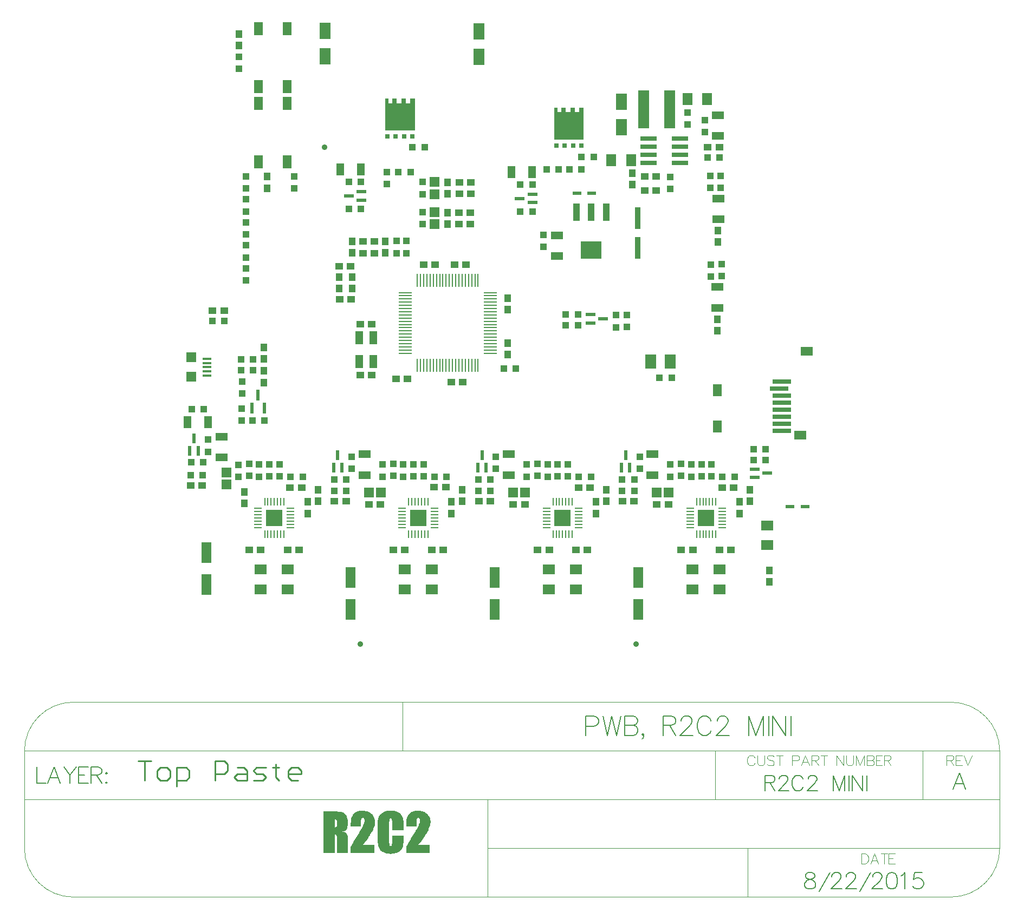
<source format=gtp>
%FSLAX44Y44*%
%MOMM*%
G71*
G01*
G75*
G04 Layer_Color=8421504*
%ADD10C,0.2000*%
%ADD11R,1.5000X1.5000*%
%ADD12R,1.3500X0.4000*%
%ADD13R,1.2000X2.0000*%
%ADD14R,2.0500X0.2500*%
%ADD15R,0.2500X2.0500*%
%ADD16R,1.7500X2.2500*%
%ADD17R,1.4000X2.1000*%
%ADD18R,0.7000X0.8000*%
%ADD19C,0.1000*%
%ADD20R,1.5000X0.5000*%
%ADD21R,0.6000X1.8000*%
%ADD22R,3.3000X2.7000*%
%ADD23R,1.0000X2.7000*%
%ADD24R,2.5000X0.7000*%
%ADD25R,1.4500X0.5500*%
%ADD26R,1.7000X2.5000*%
%ADD27R,1.9000X1.5000*%
%ADD28R,1.1000X1.1000*%
%ADD29R,2.5000X2.5000*%
%ADD30R,0.2500X1.1500*%
%ADD31R,1.1500X0.2500*%
%ADD32R,1.8500X1.2500*%
%ADD33R,1.7500X6.0000*%
%ADD34R,1.2000X1.1000*%
%ADD35R,1.5000X1.9000*%
%ADD36R,1.6000X1.5000*%
%ADD37R,0.8500X3.3500*%
%ADD38R,1.6000X3.2000*%
%ADD39R,1.4000X1.9000*%
%ADD40R,1.9000X1.4000*%
%ADD41R,2.9000X0.8000*%
%ADD42R,1.1000X1.1000*%
%ADD43R,1.1000X1.2000*%
%ADD44R,1.2500X1.8500*%
%ADD45R,0.5000X1.5000*%
%ADD46R,1.5000X1.6000*%
%ADD47C,0.9000*%
%ADD48C,0.8000*%
%ADD49C,0.5000*%
%ADD50C,0.2500*%
%ADD51C,0.1500*%
%ADD52C,0.7500*%
%ADD53C,0.3000*%
%ADD54C,0.2540*%
%ADD55C,0.0254*%
%ADD56C,0.1905*%
%ADD57C,0.1194*%
%ADD58C,1.1000*%
%ADD59C,1.9000*%
%ADD60C,1.4000*%
%ADD61O,1.3500X2.3500*%
%ADD62C,1.6000*%
%ADD63C,2.9500*%
%ADD64R,1.6000X1.6000*%
%ADD65C,0.5500*%
%ADD66R,3.3000X1.1000*%
%ADD67R,9.0000X3.0000*%
%ADD68C,0.6000*%
%ADD69C,0.1778*%
%ADD70C,0.2032*%
%ADD71C,0.4000*%
%ADD72R,2.4000X0.5500*%
%ADD73R,2.4000X0.5500*%
G36*
X1823220Y1711300D02*
X1777220D01*
Y1761300D01*
X1782220D01*
Y1754300D01*
X1788220D01*
X1788220Y1761300D01*
X1795220D01*
Y1754300D01*
X1802220Y1754300D01*
X1802220Y1761300D01*
X1809220D01*
Y1754300D01*
X1816220Y1754300D01*
Y1761300D01*
X1823220D01*
Y1711300D01*
D02*
G37*
G36*
X1559220Y1725300D02*
X1513220D01*
Y1775300D01*
X1518220D01*
Y1768300D01*
X1524220D01*
X1524220Y1775300D01*
X1531220D01*
Y1768300D01*
X1538220Y1768300D01*
X1538220Y1775300D01*
X1545220D01*
Y1768300D01*
X1552220Y1768300D01*
Y1775300D01*
X1559220D01*
Y1725300D01*
D02*
G37*
G36*
X1478806Y661497D02*
X1479639Y661404D01*
X1480565Y661312D01*
X1481676Y661219D01*
X1482787Y660941D01*
X1485194Y660386D01*
X1487694Y659460D01*
X1488898Y658905D01*
X1490009Y658257D01*
X1491120Y657516D01*
X1492138Y656590D01*
X1492231Y656497D01*
X1492323Y656405D01*
X1492601Y656127D01*
X1492971Y655757D01*
X1493342Y655201D01*
X1493712Y654646D01*
X1494175Y653998D01*
X1494731Y653257D01*
X1495656Y651405D01*
X1496397Y649369D01*
X1497045Y646962D01*
X1497138Y645665D01*
X1497230Y644277D01*
Y644184D01*
Y643999D01*
Y643721D01*
Y643258D01*
X1497138Y642795D01*
X1497045Y642147D01*
X1496860Y640666D01*
X1496582Y638907D01*
X1496027Y636870D01*
X1495379Y634740D01*
X1494453Y632426D01*
Y632333D01*
X1494268Y632148D01*
X1494082Y631778D01*
X1493805Y631130D01*
X1493434Y630389D01*
X1492879Y629463D01*
X1492231Y628352D01*
X1491398Y627056D01*
X1490472Y625482D01*
X1489361Y623631D01*
X1488065Y621686D01*
X1486491Y619372D01*
X1484824Y616872D01*
X1482972Y614095D01*
X1480843Y611039D01*
X1478436Y607706D01*
X1495842D01*
Y595300D01*
X1459271D01*
Y605392D01*
X1459364Y605484D01*
X1459456Y605670D01*
X1459642Y606040D01*
X1459919Y606503D01*
X1460290Y607058D01*
X1460753Y607799D01*
X1461215Y608540D01*
X1461771Y609465D01*
X1462975Y611502D01*
X1464363Y613724D01*
X1465845Y616224D01*
X1467419Y618816D01*
X1470566Y624186D01*
X1472140Y626778D01*
X1473622Y629278D01*
X1474918Y631593D01*
X1476121Y633629D01*
X1476584Y634555D01*
X1477047Y635389D01*
X1477417Y636037D01*
X1477695Y636685D01*
Y636777D01*
X1477788Y636963D01*
X1477973Y637240D01*
X1478158Y637703D01*
X1478621Y638722D01*
X1479176Y640018D01*
X1479732Y641499D01*
X1480195Y643073D01*
X1480565Y644554D01*
X1480658Y645851D01*
Y645943D01*
Y646221D01*
Y646684D01*
X1480565Y647147D01*
X1480380Y648258D01*
X1480195Y648721D01*
X1479917Y649184D01*
Y649276D01*
X1479825Y649369D01*
X1479454Y649739D01*
X1478806Y650017D01*
X1478343Y650202D01*
X1477695D01*
X1477140Y650017D01*
X1476492Y649739D01*
X1476121Y649369D01*
X1475844Y648998D01*
Y648906D01*
X1475751Y648813D01*
X1475658Y648443D01*
X1475566Y647980D01*
X1475381Y647332D01*
X1475288Y646406D01*
X1475195Y645295D01*
Y643999D01*
Y637148D01*
X1459271D01*
Y640295D01*
Y640388D01*
Y640573D01*
Y640851D01*
Y641221D01*
Y642147D01*
X1459364Y643443D01*
Y644740D01*
X1459549Y646221D01*
X1459642Y647610D01*
X1459827Y648813D01*
Y648998D01*
X1459919Y649369D01*
X1460104Y650017D01*
X1460382Y650757D01*
X1460753Y651776D01*
X1461215Y652794D01*
X1461864Y653905D01*
X1462604Y655109D01*
X1462697Y655294D01*
X1463067Y655664D01*
X1463530Y656220D01*
X1464178Y656868D01*
X1465104Y657701D01*
X1466122Y658442D01*
X1467233Y659275D01*
X1468530Y659923D01*
X1468715Y660016D01*
X1469178Y660201D01*
X1470011Y660479D01*
X1471029Y660756D01*
X1472325Y661034D01*
X1473807Y661312D01*
X1475381Y661497D01*
X1477232Y661590D01*
X1478158D01*
X1478806Y661497D01*
D02*
G37*
G36*
X1432700Y660293D02*
X1435107D01*
X1437792Y660108D01*
X1440477Y659923D01*
X1441773Y659830D01*
X1442884Y659738D01*
X1443902Y659553D01*
X1444828Y659368D01*
X1445013D01*
X1445569Y659183D01*
X1446310Y658905D01*
X1447328Y658442D01*
X1448439Y657794D01*
X1449643Y656868D01*
X1450846Y655850D01*
X1451957Y654461D01*
X1452050Y654276D01*
X1452235Y654090D01*
X1452420Y653720D01*
X1452605Y653350D01*
X1452883Y652794D01*
X1453068Y652146D01*
X1453346Y651498D01*
X1453624Y650665D01*
X1453901Y649832D01*
X1454087Y648813D01*
X1454272Y647702D01*
X1454457Y646499D01*
X1454642Y645202D01*
X1454735Y643814D01*
Y642332D01*
Y642240D01*
Y641962D01*
Y641592D01*
Y641129D01*
X1454642Y640481D01*
Y639740D01*
X1454457Y638166D01*
X1454179Y636407D01*
X1453809Y634648D01*
X1453346Y633074D01*
X1452976Y632333D01*
X1452605Y631778D01*
X1452513Y631685D01*
X1452235Y631315D01*
X1451679Y630852D01*
X1450939Y630389D01*
X1450013Y629834D01*
X1448809Y629371D01*
X1447328Y629093D01*
X1445569Y628908D01*
X1445754D01*
X1446310Y628815D01*
X1447143Y628723D01*
X1448069Y628537D01*
X1449087Y628260D01*
X1450198Y627797D01*
X1451124Y627241D01*
X1451957Y626501D01*
X1452050Y626408D01*
X1452235Y626130D01*
X1452605Y625667D01*
X1452976Y625205D01*
X1453716Y623816D01*
X1454087Y623168D01*
X1454272Y622427D01*
Y622334D01*
X1454364Y622057D01*
X1454457Y621501D01*
X1454550Y620575D01*
Y620020D01*
Y619372D01*
X1454642Y618539D01*
Y617705D01*
X1454735Y616687D01*
Y615576D01*
Y614280D01*
Y612891D01*
Y595300D01*
X1437699D01*
Y617242D01*
Y617335D01*
Y617427D01*
Y617983D01*
Y618816D01*
X1437607Y619742D01*
X1437514Y620760D01*
X1437422Y621686D01*
X1437236Y622427D01*
X1437051Y622982D01*
Y623075D01*
X1436959Y623168D01*
X1436774Y623353D01*
X1436496Y623538D01*
X1436125Y623723D01*
X1435663Y623816D01*
X1435107Y624001D01*
X1434366D01*
Y595300D01*
X1416220D01*
Y660386D01*
X1431589D01*
X1432700Y660293D01*
D02*
G37*
G36*
X1565464Y661497D02*
X1566297Y661404D01*
X1567223Y661312D01*
X1568334Y661219D01*
X1569445Y660941D01*
X1571852Y660386D01*
X1574352Y659460D01*
X1575555Y658905D01*
X1576666Y658257D01*
X1577777Y657516D01*
X1578796Y656590D01*
X1578888Y656497D01*
X1578981Y656405D01*
X1579259Y656127D01*
X1579629Y655757D01*
X1579999Y655201D01*
X1580370Y654646D01*
X1580833Y653998D01*
X1581388Y653257D01*
X1582314Y651405D01*
X1583055Y649369D01*
X1583703Y646962D01*
X1583795Y645665D01*
X1583888Y644277D01*
Y644184D01*
Y643999D01*
Y643721D01*
Y643258D01*
X1583795Y642795D01*
X1583703Y642147D01*
X1583518Y640666D01*
X1583240Y638907D01*
X1582684Y636870D01*
X1582036Y634740D01*
X1581110Y632426D01*
Y632333D01*
X1580925Y632148D01*
X1580740Y631778D01*
X1580462Y631130D01*
X1580092Y630389D01*
X1579536Y629463D01*
X1578888Y628352D01*
X1578055Y627056D01*
X1577129Y625482D01*
X1576018Y623631D01*
X1574722Y621686D01*
X1573148Y619372D01*
X1571482Y616872D01*
X1569630Y614095D01*
X1567501Y611039D01*
X1565094Y607706D01*
X1582499D01*
Y595300D01*
X1545929D01*
Y605392D01*
X1546022Y605484D01*
X1546114Y605670D01*
X1546299Y606040D01*
X1546577Y606503D01*
X1546947Y607058D01*
X1547410Y607799D01*
X1547873Y608540D01*
X1548429Y609465D01*
X1549632Y611502D01*
X1551021Y613724D01*
X1552502Y616224D01*
X1554076Y618816D01*
X1557224Y624186D01*
X1558798Y626778D01*
X1560279Y629278D01*
X1561575Y631593D01*
X1562779Y633629D01*
X1563242Y634555D01*
X1563705Y635389D01*
X1564075Y636037D01*
X1564353Y636685D01*
Y636777D01*
X1564445Y636963D01*
X1564631Y637240D01*
X1564816Y637703D01*
X1565279Y638722D01*
X1565834Y640018D01*
X1566390Y641499D01*
X1566853Y643073D01*
X1567223Y644554D01*
X1567316Y645851D01*
Y645943D01*
Y646221D01*
Y646684D01*
X1567223Y647147D01*
X1567038Y648258D01*
X1566853Y648721D01*
X1566575Y649184D01*
Y649276D01*
X1566482Y649369D01*
X1566112Y649739D01*
X1565464Y650017D01*
X1565001Y650202D01*
X1564353D01*
X1563797Y650017D01*
X1563149Y649739D01*
X1562779Y649369D01*
X1562501Y648998D01*
Y648906D01*
X1562409Y648813D01*
X1562316Y648443D01*
X1562224Y647980D01*
X1562038Y647332D01*
X1561946Y646406D01*
X1561853Y645295D01*
Y643999D01*
Y637148D01*
X1545929D01*
Y640295D01*
Y640388D01*
Y640573D01*
Y640851D01*
Y641221D01*
Y642147D01*
X1546022Y643443D01*
Y644740D01*
X1546207Y646221D01*
X1546299Y647610D01*
X1546484Y648813D01*
Y648998D01*
X1546577Y649369D01*
X1546762Y650017D01*
X1547040Y650757D01*
X1547410Y651776D01*
X1547873Y652794D01*
X1548521Y653905D01*
X1549262Y655109D01*
X1549355Y655294D01*
X1549725Y655664D01*
X1550188Y656220D01*
X1550836Y656868D01*
X1551762Y657701D01*
X1552780Y658442D01*
X1553891Y659275D01*
X1555187Y659923D01*
X1555372Y660016D01*
X1555835Y660201D01*
X1556669Y660479D01*
X1557687Y660756D01*
X1558983Y661034D01*
X1560464Y661312D01*
X1562038Y661497D01*
X1563890Y661590D01*
X1564816D01*
X1565464Y661497D01*
D02*
G37*
G36*
X1523154Y661682D02*
X1523987Y661590D01*
X1525653Y661404D01*
X1527690Y661034D01*
X1529727Y660571D01*
X1531856Y659830D01*
X1533801Y658812D01*
X1533893D01*
X1533986Y658719D01*
X1534634Y658257D01*
X1535467Y657608D01*
X1536485Y656775D01*
X1537596Y655664D01*
X1538707Y654461D01*
X1539633Y652979D01*
X1540374Y651405D01*
Y651313D01*
X1540466Y651220D01*
X1540559Y650943D01*
X1540652Y650572D01*
X1540744Y650109D01*
X1540837Y649554D01*
X1541022Y648906D01*
X1541207Y648073D01*
X1541300Y647239D01*
X1541485Y646221D01*
X1541577Y645110D01*
X1541670Y643906D01*
X1541763Y642610D01*
X1541855Y641221D01*
X1541948Y639740D01*
Y638074D01*
Y631222D01*
X1523802D01*
Y643073D01*
Y643166D01*
Y643258D01*
Y643814D01*
Y644554D01*
X1523709Y645480D01*
Y646406D01*
X1523616Y647332D01*
X1523524Y648073D01*
X1523339Y648535D01*
X1523246Y648721D01*
X1522968Y648998D01*
X1522505Y649276D01*
X1521672Y649461D01*
X1521394D01*
X1520839Y649369D01*
X1520191Y648998D01*
X1519913Y648721D01*
X1519728Y648350D01*
Y648258D01*
X1519635Y648073D01*
Y647795D01*
X1519543Y647239D01*
X1519450Y646406D01*
Y645388D01*
X1519358Y644091D01*
Y642517D01*
Y612984D01*
Y612891D01*
Y612798D01*
Y612243D01*
Y611502D01*
X1519450Y610576D01*
Y609650D01*
X1519543Y608725D01*
X1519635Y607892D01*
X1519728Y607336D01*
X1519821Y607151D01*
X1520098Y606873D01*
X1520746Y606503D01*
X1521117Y606410D01*
X1521580Y606318D01*
X1521765D01*
X1522320Y606503D01*
X1522876Y606781D01*
X1523154Y607058D01*
X1523339Y607429D01*
Y607521D01*
X1523431Y607706D01*
X1523524Y608077D01*
X1523616Y608632D01*
Y609465D01*
X1523709Y610484D01*
X1523802Y611872D01*
Y612706D01*
Y613632D01*
Y622427D01*
X1541948D01*
Y619187D01*
Y619094D01*
Y618724D01*
Y618261D01*
Y617520D01*
Y616779D01*
X1541855Y615761D01*
Y614743D01*
X1541763Y613632D01*
X1541577Y611317D01*
X1541300Y608910D01*
X1540929Y606688D01*
X1540744Y605762D01*
X1540466Y604836D01*
Y604744D01*
X1540374Y604651D01*
X1540189Y604096D01*
X1539726Y603262D01*
X1539078Y602244D01*
X1538244Y601040D01*
X1537133Y599837D01*
X1535745Y598541D01*
X1533986Y597244D01*
X1533893D01*
X1533801Y597152D01*
X1533523Y596967D01*
X1533060Y596782D01*
X1532597Y596504D01*
X1532041Y596226D01*
X1531393Y595948D01*
X1530560Y595671D01*
X1528801Y595022D01*
X1526764Y594560D01*
X1524357Y594189D01*
X1521765Y594004D01*
X1520561D01*
X1519913Y594097D01*
X1519172Y594189D01*
X1517413Y594374D01*
X1515376Y594652D01*
X1513340Y595115D01*
X1511210Y595763D01*
X1509266Y596689D01*
X1509173D01*
X1509081Y596782D01*
X1508433Y597244D01*
X1507599Y597800D01*
X1506581Y598726D01*
X1505563Y599744D01*
X1504452Y601040D01*
X1503526Y602614D01*
X1502785Y604281D01*
Y604373D01*
X1502693Y604558D01*
X1502600Y604836D01*
X1502507Y605207D01*
X1502415Y605670D01*
X1502322Y606318D01*
X1502137Y607058D01*
X1502045Y607892D01*
X1501859Y608910D01*
X1501674Y609928D01*
X1501582Y611132D01*
X1501489Y612428D01*
X1501396Y613817D01*
X1501304Y615391D01*
X1501211Y616965D01*
Y618724D01*
Y637240D01*
Y637333D01*
Y637518D01*
Y637888D01*
Y638351D01*
Y638999D01*
Y639647D01*
X1501304Y641129D01*
Y642888D01*
X1501396Y644554D01*
X1501489Y646221D01*
X1501674Y647702D01*
Y647887D01*
X1501767Y648350D01*
X1501952Y648998D01*
X1502230Y649924D01*
X1502600Y650943D01*
X1503063Y652054D01*
X1503711Y653350D01*
X1504544Y654553D01*
X1504637Y654738D01*
X1505007Y655109D01*
X1505563Y655757D01*
X1506303Y656497D01*
X1507322Y657331D01*
X1508525Y658164D01*
X1509821Y659090D01*
X1511395Y659830D01*
X1511488D01*
X1511581Y659923D01*
X1511858Y660016D01*
X1512136Y660108D01*
X1513062Y660479D01*
X1514265Y660849D01*
X1515747Y661127D01*
X1517413Y661497D01*
X1519265Y661682D01*
X1521302Y661775D01*
X1522598D01*
X1523154Y661682D01*
D02*
G37*
%LPC*%
G36*
X1434366Y647980D02*
Y635481D01*
X1434922D01*
X1435292Y635574D01*
X1436033Y635759D01*
X1436774Y636037D01*
X1436959Y636222D01*
X1437051Y636407D01*
X1437236Y636777D01*
X1437422Y637333D01*
X1437514Y638074D01*
X1437699Y639092D01*
Y640388D01*
Y643906D01*
Y643999D01*
Y644369D01*
Y644740D01*
X1437607Y645295D01*
X1437329Y646406D01*
X1437144Y646869D01*
X1436866Y647239D01*
X1436681Y647332D01*
X1436218Y647610D01*
X1435477Y647887D01*
X1434366Y647980D01*
D02*
G37*
%LPD*%
D11*
X1209902Y1340060D02*
D03*
Y1370540D02*
D03*
D12*
X1234362Y1342300D02*
D03*
Y1348800D02*
D03*
Y1355300D02*
D03*
Y1361800D02*
D03*
Y1368300D02*
D03*
D13*
X1472220Y1363986D02*
D03*
Y1400986D02*
D03*
X1494220D02*
D03*
Y1363986D02*
D03*
D14*
X1544471Y1472050D02*
D03*
Y1467050D02*
D03*
Y1462050D02*
D03*
Y1457050D02*
D03*
Y1452050D02*
D03*
Y1447050D02*
D03*
Y1442050D02*
D03*
Y1437050D02*
D03*
Y1432050D02*
D03*
Y1427050D02*
D03*
Y1422050D02*
D03*
Y1417050D02*
D03*
Y1412050D02*
D03*
Y1407050D02*
D03*
Y1402050D02*
D03*
Y1397050D02*
D03*
Y1392050D02*
D03*
Y1387050D02*
D03*
Y1382050D02*
D03*
Y1377050D02*
D03*
X1676971D02*
D03*
Y1382050D02*
D03*
Y1387050D02*
D03*
Y1392050D02*
D03*
Y1397050D02*
D03*
Y1402050D02*
D03*
Y1407050D02*
D03*
Y1412050D02*
D03*
Y1417050D02*
D03*
Y1422050D02*
D03*
Y1427050D02*
D03*
Y1432050D02*
D03*
Y1437050D02*
D03*
Y1442050D02*
D03*
Y1447050D02*
D03*
Y1452050D02*
D03*
Y1457050D02*
D03*
Y1462050D02*
D03*
Y1467050D02*
D03*
Y1472050D02*
D03*
D15*
X1563220Y1358300D02*
D03*
X1568221D02*
D03*
X1573220D02*
D03*
X1578221D02*
D03*
X1583221D02*
D03*
X1588220D02*
D03*
X1593221D02*
D03*
X1598220D02*
D03*
X1603221D02*
D03*
X1608220D02*
D03*
X1613221D02*
D03*
X1618220D02*
D03*
X1623221D02*
D03*
X1628220D02*
D03*
X1633221D02*
D03*
X1638220D02*
D03*
X1643221D02*
D03*
X1648220D02*
D03*
X1653221D02*
D03*
X1658220D02*
D03*
Y1490800D02*
D03*
X1653221D02*
D03*
X1648220D02*
D03*
X1643221D02*
D03*
X1638220D02*
D03*
X1633221D02*
D03*
X1628220D02*
D03*
X1623221D02*
D03*
X1618220D02*
D03*
X1613221D02*
D03*
X1608220D02*
D03*
X1603221D02*
D03*
X1598220D02*
D03*
X1593221D02*
D03*
X1588220D02*
D03*
X1583221D02*
D03*
X1578221D02*
D03*
X1573220D02*
D03*
X1568221D02*
D03*
X1563220D02*
D03*
D16*
X1928244Y1363776D02*
D03*
X1958244D02*
D03*
D17*
X1314720Y1676800D02*
D03*
X1359720D02*
D03*
X1314720Y1767800D02*
D03*
X1359720D02*
D03*
Y1884800D02*
D03*
X1314720D02*
D03*
X1359720Y1793800D02*
D03*
X1314720D02*
D03*
D18*
X1529420Y1716250D02*
D03*
X1516720D02*
D03*
X1543020D02*
D03*
X1555720D02*
D03*
X1793420Y1702250D02*
D03*
X1780720D02*
D03*
X1807020D02*
D03*
X1819720D02*
D03*
D19*
X1536220Y1750300D02*
D03*
X1800220Y1736300D02*
D03*
D20*
X1743470Y1612800D02*
D03*
Y1625800D02*
D03*
X1723470Y1619300D02*
D03*
X1833720Y1437550D02*
D03*
Y1424550D02*
D03*
X1853720Y1431050D02*
D03*
X2090220Y1195800D02*
D03*
Y1182800D02*
D03*
X2110220Y1189300D02*
D03*
X1475970Y1616800D02*
D03*
Y1629800D02*
D03*
X1455970Y1623300D02*
D03*
D21*
X1304862Y1291550D02*
D03*
X1323862D02*
D03*
X1314362Y1311550D02*
D03*
D22*
X1835220Y1538800D02*
D03*
D23*
X1812220Y1597800D02*
D03*
X1835220D02*
D03*
X1858220D02*
D03*
D24*
X1973720Y1674900D02*
D03*
Y1687600D02*
D03*
Y1700300D02*
D03*
Y1713000D02*
D03*
X1924720Y1674900D02*
D03*
Y1687600D02*
D03*
Y1700300D02*
D03*
Y1713000D02*
D03*
D25*
X1812470Y1627300D02*
D03*
X1835970D02*
D03*
X2145470Y1137300D02*
D03*
X2168970D02*
D03*
D26*
X1881970Y1730301D02*
D03*
Y1770301D02*
D03*
X1419470Y1881300D02*
D03*
Y1841300D02*
D03*
X1659970Y1880550D02*
D03*
Y1840550D02*
D03*
D27*
X1993419Y1038800D02*
D03*
Y1007800D02*
D03*
X1543519Y1038799D02*
D03*
Y1007800D02*
D03*
X1585519Y1038799D02*
D03*
Y1007800D02*
D03*
X1318469Y1038799D02*
D03*
Y1007800D02*
D03*
X1360469Y1038799D02*
D03*
Y1007800D02*
D03*
X1810970Y1038800D02*
D03*
Y1007800D02*
D03*
X1768970Y1038800D02*
D03*
Y1007800D02*
D03*
X2035419Y1038800D02*
D03*
Y1007800D02*
D03*
X2110220Y1076800D02*
D03*
Y1107800D02*
D03*
D28*
X1515220Y1641550D02*
D03*
Y1660550D02*
D03*
X1760720Y1562300D02*
D03*
Y1543300D02*
D03*
X2039220Y1497800D02*
D03*
Y1516800D02*
D03*
X2022220Y1496800D02*
D03*
Y1515800D02*
D03*
X1348220Y1184380D02*
D03*
Y1203379D02*
D03*
X1798720Y1184380D02*
D03*
Y1203379D02*
D03*
X1782720Y1184380D02*
D03*
Y1203379D02*
D03*
X1766720Y1184130D02*
D03*
Y1203129D02*
D03*
X1571220Y1597800D02*
D03*
Y1578800D02*
D03*
X2021220Y1635800D02*
D03*
Y1654800D02*
D03*
X1530470Y1552800D02*
D03*
Y1533800D02*
D03*
X2037220Y1635800D02*
D03*
Y1654800D02*
D03*
X1371220Y1653800D02*
D03*
Y1634800D02*
D03*
X1546470Y1552800D02*
D03*
Y1533800D02*
D03*
X1571220Y1644800D02*
D03*
Y1625800D02*
D03*
X1873720Y1417550D02*
D03*
Y1436550D02*
D03*
X1975670Y1204129D02*
D03*
Y1185130D02*
D03*
X1751220Y1204129D02*
D03*
Y1185129D02*
D03*
X1289362Y1332800D02*
D03*
Y1313800D02*
D03*
X1295220Y1634800D02*
D03*
Y1653800D02*
D03*
Y1598800D02*
D03*
Y1617800D02*
D03*
Y1562800D02*
D03*
Y1581800D02*
D03*
X1288612Y1290800D02*
D03*
Y1271800D02*
D03*
X1295220Y1526800D02*
D03*
Y1545800D02*
D03*
Y1490800D02*
D03*
Y1509800D02*
D03*
X1284720Y1840800D02*
D03*
Y1821800D02*
D03*
X1958670Y1183880D02*
D03*
Y1202879D02*
D03*
X1991170Y1184130D02*
D03*
Y1203129D02*
D03*
X2007170Y1184380D02*
D03*
Y1203379D02*
D03*
X2023170Y1184380D02*
D03*
Y1203379D02*
D03*
X1734220Y1183880D02*
D03*
Y1202879D02*
D03*
X1525770Y1204129D02*
D03*
Y1185130D02*
D03*
X1300720Y1204129D02*
D03*
Y1185129D02*
D03*
X1508770Y1183880D02*
D03*
Y1202879D02*
D03*
X1541270Y1184130D02*
D03*
Y1203130D02*
D03*
X1557220Y1184380D02*
D03*
Y1203379D02*
D03*
X1573270Y1184380D02*
D03*
Y1203380D02*
D03*
X1283720Y1183800D02*
D03*
Y1202800D02*
D03*
X1316220Y1184130D02*
D03*
Y1203129D02*
D03*
X1332220Y1184380D02*
D03*
Y1203379D02*
D03*
X2012220Y1741800D02*
D03*
Y1722800D02*
D03*
X1686207Y1215300D02*
D03*
Y1196300D02*
D03*
X1910657Y1215300D02*
D03*
Y1196300D02*
D03*
X1460757Y1215300D02*
D03*
Y1196301D02*
D03*
X1236220Y1241800D02*
D03*
Y1222800D02*
D03*
X1890970Y1437050D02*
D03*
Y1418050D02*
D03*
X1985220Y1734800D02*
D03*
Y1753800D02*
D03*
X1958220Y1652800D02*
D03*
Y1633800D02*
D03*
D29*
X1339720Y1119550D02*
D03*
X2014720Y1119551D02*
D03*
X1790220Y1119550D02*
D03*
X1564720D02*
D03*
D30*
X1354720Y1094300D02*
D03*
X1349720D02*
D03*
X1344720D02*
D03*
X1339720D02*
D03*
X1334720D02*
D03*
X1329720D02*
D03*
X1324720D02*
D03*
Y1144800D02*
D03*
X1329720D02*
D03*
X1334720D02*
D03*
X1339720D02*
D03*
X1344720D02*
D03*
X1349720D02*
D03*
X1354720D02*
D03*
X2029720Y1094301D02*
D03*
X2024720D02*
D03*
X2019720D02*
D03*
X2014720D02*
D03*
X2009720D02*
D03*
X2004720D02*
D03*
X1999720D02*
D03*
Y1144801D02*
D03*
X2004720D02*
D03*
X2009720D02*
D03*
X2014720D02*
D03*
X2019720D02*
D03*
X2024720D02*
D03*
X2029720D02*
D03*
X1805220Y1094300D02*
D03*
X1800220D02*
D03*
X1795220D02*
D03*
X1790220D02*
D03*
X1785220D02*
D03*
X1780220D02*
D03*
X1775220D02*
D03*
Y1144800D02*
D03*
X1780220D02*
D03*
X1785220D02*
D03*
X1790220D02*
D03*
X1795220D02*
D03*
X1800220D02*
D03*
X1805220D02*
D03*
X1579720Y1094300D02*
D03*
X1574720D02*
D03*
X1569720D02*
D03*
X1564720D02*
D03*
X1559720D02*
D03*
X1554720D02*
D03*
X1549720D02*
D03*
Y1144800D02*
D03*
X1554720D02*
D03*
X1559720D02*
D03*
X1564720D02*
D03*
X1569720D02*
D03*
X1574720D02*
D03*
X1579720D02*
D03*
D31*
X1314470Y1104550D02*
D03*
Y1109550D02*
D03*
Y1114550D02*
D03*
Y1119550D02*
D03*
Y1124550D02*
D03*
Y1129550D02*
D03*
Y1134550D02*
D03*
X1364970D02*
D03*
Y1129550D02*
D03*
Y1124550D02*
D03*
Y1119550D02*
D03*
Y1114550D02*
D03*
Y1109550D02*
D03*
Y1104550D02*
D03*
X1989470Y1104550D02*
D03*
Y1109551D02*
D03*
Y1114551D02*
D03*
Y1119551D02*
D03*
Y1124551D02*
D03*
Y1129550D02*
D03*
Y1134551D02*
D03*
X2039970D02*
D03*
Y1129550D02*
D03*
Y1124551D02*
D03*
Y1119551D02*
D03*
Y1114551D02*
D03*
Y1109551D02*
D03*
Y1104550D02*
D03*
X1764970Y1104550D02*
D03*
Y1109550D02*
D03*
Y1114550D02*
D03*
Y1119550D02*
D03*
Y1124550D02*
D03*
Y1129550D02*
D03*
Y1134550D02*
D03*
X1815470D02*
D03*
Y1129550D02*
D03*
Y1124550D02*
D03*
Y1119550D02*
D03*
Y1114550D02*
D03*
Y1109550D02*
D03*
Y1104550D02*
D03*
X1539470D02*
D03*
Y1109550D02*
D03*
Y1114550D02*
D03*
Y1119550D02*
D03*
Y1124550D02*
D03*
Y1129550D02*
D03*
Y1134550D02*
D03*
X1589970D02*
D03*
Y1129550D02*
D03*
Y1124550D02*
D03*
Y1119550D02*
D03*
Y1114550D02*
D03*
Y1109550D02*
D03*
Y1104550D02*
D03*
D32*
X2033220Y1717050D02*
D03*
Y1749550D02*
D03*
X1781720Y1528800D02*
D03*
Y1561300D02*
D03*
X2032490Y1448050D02*
D03*
Y1480550D02*
D03*
X1930657Y1186550D02*
D03*
Y1219050D02*
D03*
X1706207Y1186550D02*
D03*
Y1219050D02*
D03*
X2033490Y1586550D02*
D03*
Y1619050D02*
D03*
X1480757Y1186550D02*
D03*
Y1219050D02*
D03*
X1257220Y1214050D02*
D03*
Y1246550D02*
D03*
D33*
X1957220Y1758300D02*
D03*
X1917220D02*
D03*
D34*
X1647220Y1644300D02*
D03*
X1629220D02*
D03*
X1918720Y1653800D02*
D03*
X1936720D02*
D03*
X1769220Y1069550D02*
D03*
X1751220D02*
D03*
X1573221Y1515300D02*
D03*
X1591220D02*
D03*
X1441770Y1461300D02*
D03*
X1459770D02*
D03*
X1441220Y1513050D02*
D03*
X1459220D02*
D03*
X1646220Y1579300D02*
D03*
X1628220D02*
D03*
X1647220Y1626300D02*
D03*
X1629220D02*
D03*
X1646220Y1597300D02*
D03*
X1628220D02*
D03*
X1901670Y1145630D02*
D03*
X1883670D02*
D03*
X1677220Y1145629D02*
D03*
X1659220D02*
D03*
X1496221Y1533300D02*
D03*
X1478221D02*
D03*
X1814970Y1167129D02*
D03*
X1832970D02*
D03*
X2035420Y1069800D02*
D03*
X2053420D02*
D03*
X1529720Y1337300D02*
D03*
X1547720D02*
D03*
X1634220Y1332300D02*
D03*
X1616221D02*
D03*
X1226720Y1169880D02*
D03*
X1208720D02*
D03*
X2039420Y1167130D02*
D03*
X2057420D02*
D03*
X1543770Y1069550D02*
D03*
X1525770D02*
D03*
X1378470Y1069800D02*
D03*
X1360470D02*
D03*
X1589520Y1167300D02*
D03*
X1607520D02*
D03*
X1364470Y1167130D02*
D03*
X1382470D02*
D03*
X1505770Y1140630D02*
D03*
X1487770D02*
D03*
X1731220Y1140629D02*
D03*
X1713220D02*
D03*
X1955670Y1140630D02*
D03*
X1937670D02*
D03*
X1318720Y1069550D02*
D03*
X1300720D02*
D03*
X1585520Y1069800D02*
D03*
X1603520D02*
D03*
X1810970D02*
D03*
X1828970D02*
D03*
X1993670Y1069550D02*
D03*
X1975670D02*
D03*
X1433770Y1145300D02*
D03*
X1451770D02*
D03*
X1261220Y1443300D02*
D03*
X1243220D02*
D03*
X2017220Y1699300D02*
D03*
X2035220D02*
D03*
X1474220Y1343300D02*
D03*
X1492220D02*
D03*
X1492220Y1422300D02*
D03*
X1474220D02*
D03*
X1496221Y1552300D02*
D03*
X1478221D02*
D03*
X1639220Y1515300D02*
D03*
X1621221D02*
D03*
X1918220Y1631300D02*
D03*
X1936220D02*
D03*
D35*
X1985220Y1774800D02*
D03*
X2016220D02*
D03*
X1866220Y1679050D02*
D03*
X1897220D02*
D03*
D36*
X1590220Y1597800D02*
D03*
Y1578800D02*
D03*
Y1644800D02*
D03*
Y1625800D02*
D03*
X1265220Y1171800D02*
D03*
Y1190800D02*
D03*
D37*
X1907970Y1588350D02*
D03*
Y1541550D02*
D03*
D38*
X1458770Y976300D02*
D03*
Y1026300D02*
D03*
X1233620Y1015380D02*
D03*
Y1065380D02*
D03*
X1908670Y976300D02*
D03*
Y1026300D02*
D03*
X1684220Y976300D02*
D03*
Y1026300D02*
D03*
D39*
X2031970Y1319550D02*
D03*
Y1262550D02*
D03*
D40*
X2161970Y1248550D02*
D03*
X2171970Y1380050D02*
D03*
D41*
X2132970Y1255550D02*
D03*
Y1266550D02*
D03*
Y1277550D02*
D03*
Y1288550D02*
D03*
Y1299550D02*
D03*
Y1310550D02*
D03*
X2128970Y1321550D02*
D03*
X2132970Y1332550D02*
D03*
D42*
X1838720Y1684550D02*
D03*
X1819720D02*
D03*
X1800720Y1664300D02*
D03*
X1819720D02*
D03*
X1574720Y1699300D02*
D03*
X1555720D02*
D03*
X1533470Y1660550D02*
D03*
X1552470D02*
D03*
X1941720Y1338300D02*
D03*
X1960720D02*
D03*
X1305612Y1271550D02*
D03*
X1324612D02*
D03*
X1717220Y1353300D02*
D03*
X1698220D02*
D03*
X2035720Y1683300D02*
D03*
X2016720D02*
D03*
X1883158Y1179800D02*
D03*
X1902157D02*
D03*
X1658707Y1179800D02*
D03*
X1677707D02*
D03*
X1287862Y1350550D02*
D03*
X1306862D02*
D03*
X1287862Y1367300D02*
D03*
X1306862D02*
D03*
X1242720Y1427300D02*
D03*
X1261720D02*
D03*
X2058920Y1183880D02*
D03*
X2039920D02*
D03*
X1834470Y1183879D02*
D03*
X1815470D02*
D03*
X1902157Y1161801D02*
D03*
X1883157D02*
D03*
X1677707Y1161800D02*
D03*
X1658707D02*
D03*
X1433258Y1179800D02*
D03*
X1452257D02*
D03*
X1209720Y1206300D02*
D03*
X1228720D02*
D03*
X1383970Y1183879D02*
D03*
X1364970D02*
D03*
X1452257Y1161800D02*
D03*
X1433257D02*
D03*
X1227720Y1186300D02*
D03*
X1208720D02*
D03*
X1795220Y1438050D02*
D03*
X1814220D02*
D03*
X1795220Y1421050D02*
D03*
X1814220D02*
D03*
X1210720Y1289300D02*
D03*
X1229720D02*
D03*
X2107720Y1210300D02*
D03*
X2088720D02*
D03*
X2088720Y1227300D02*
D03*
X2107720D02*
D03*
X1609020Y1183880D02*
D03*
X1590020D02*
D03*
X1723970Y1641050D02*
D03*
X1742970D02*
D03*
X1455970Y1645050D02*
D03*
X1474970D02*
D03*
X1723970Y1598550D02*
D03*
X1742970D02*
D03*
X1455970Y1602550D02*
D03*
X1474970D02*
D03*
X1765220Y1664300D02*
D03*
X1784220D02*
D03*
D43*
X1842257Y1126566D02*
D03*
Y1144566D02*
D03*
X2066707Y1144566D02*
D03*
Y1126566D02*
D03*
X1461221Y1534100D02*
D03*
Y1552100D02*
D03*
X1513221Y1534100D02*
D03*
Y1552100D02*
D03*
X1284720Y1858300D02*
D03*
Y1876300D02*
D03*
X1328220Y1653300D02*
D03*
Y1635300D02*
D03*
X1441220Y1496300D02*
D03*
Y1478300D02*
D03*
X1461220Y1496300D02*
D03*
Y1478300D02*
D03*
X1704220Y1393300D02*
D03*
Y1375300D02*
D03*
X1704220Y1445300D02*
D03*
Y1463300D02*
D03*
X1616470Y1144566D02*
D03*
Y1126566D02*
D03*
X1391757Y1126566D02*
D03*
Y1144566D02*
D03*
X1293220Y1142300D02*
D03*
Y1160300D02*
D03*
X1407957Y1145800D02*
D03*
Y1163800D02*
D03*
X1633220Y1145800D02*
D03*
Y1163800D02*
D03*
X1858457Y1145800D02*
D03*
Y1163800D02*
D03*
X2082907Y1145800D02*
D03*
Y1163800D02*
D03*
X2113220Y1019300D02*
D03*
Y1037300D02*
D03*
X1323362Y1349300D02*
D03*
Y1331300D02*
D03*
X1323362Y1368300D02*
D03*
Y1386300D02*
D03*
X2033220Y1551050D02*
D03*
Y1569050D02*
D03*
X2032470Y1412550D02*
D03*
Y1430550D02*
D03*
X1610220Y1597300D02*
D03*
Y1579300D02*
D03*
Y1644300D02*
D03*
Y1626300D02*
D03*
X1899220Y1658550D02*
D03*
Y1640550D02*
D03*
D44*
X1236470Y1269300D02*
D03*
X1203970D02*
D03*
X1474970Y1664550D02*
D03*
X1442470D02*
D03*
X1742720Y1660800D02*
D03*
X1710220D02*
D03*
D45*
X1882157Y1197800D02*
D03*
X1895157D02*
D03*
X1888657Y1217800D02*
D03*
X1657707Y1197800D02*
D03*
X1670707D02*
D03*
X1664207Y1217800D02*
D03*
X1432257Y1197800D02*
D03*
X1445257D02*
D03*
X1438757Y1217800D02*
D03*
X1207720Y1224300D02*
D03*
X1220720D02*
D03*
X1214220Y1244300D02*
D03*
D46*
X1506270Y1159300D02*
D03*
X1487270D02*
D03*
X1731720D02*
D03*
X1712720D02*
D03*
X1956170Y1159300D02*
D03*
X1937170D02*
D03*
D47*
X1905220Y922300D02*
D03*
X1474220D02*
D03*
X1418220Y1699300D02*
D03*
D54*
X1126970Y739041D02*
X1146964D01*
X1136967D01*
Y709050D01*
X1161959D02*
X1171955D01*
X1176954Y714049D01*
Y724045D01*
X1171955Y729044D01*
X1161959D01*
X1156960Y724045D01*
Y714049D01*
X1161959Y709050D01*
X1186951Y699053D02*
Y729044D01*
X1201946D01*
X1206944Y724045D01*
Y714049D01*
X1201946Y709050D01*
X1186951D01*
X1246931D02*
Y739041D01*
X1261926D01*
X1266925Y734042D01*
Y724045D01*
X1261926Y719047D01*
X1246931D01*
X1281920Y729044D02*
X1291917D01*
X1296915Y724045D01*
Y709050D01*
X1281920D01*
X1276922Y714049D01*
X1281920Y719047D01*
X1296915D01*
X1306912Y709050D02*
X1321907D01*
X1326905Y714049D01*
X1321907Y719047D01*
X1311910D01*
X1306912Y724045D01*
X1311910Y729044D01*
X1326905D01*
X1341900Y734042D02*
Y729044D01*
X1336902D01*
X1346899D01*
X1341900D01*
Y714049D01*
X1346899Y709050D01*
X1376889D02*
X1366892D01*
X1361894Y714049D01*
Y724045D01*
X1366892Y729044D01*
X1376889D01*
X1381888Y724045D01*
Y719047D01*
X1361894D01*
D55*
X949335Y602598D02*
G03*
X1025535Y526398I76200J0D01*
G01*
Y831198D02*
G03*
X949335Y754998I0J-76200D01*
G01*
X2473335D02*
G03*
X2397135Y831198I-76200J0D01*
G01*
Y526398D02*
G03*
X2473335Y602598I0J76200D01*
G01*
X949335D02*
G03*
X1025535Y526398I76200J0D01*
G01*
Y831198D02*
G03*
X949335Y754998I0J-76200D01*
G01*
X2473335D02*
G03*
X2397135Y831198I-76200J0D01*
G01*
Y526398D02*
G03*
X2473335Y602598I0J76200D01*
G01*
X1673235Y526398D02*
Y678798D01*
X949334D02*
X2473335D01*
X949334Y602598D02*
Y754998D01*
X1025535Y831198D02*
X2397135D01*
X2473335Y602598D02*
Y754998D01*
X1025535Y526398D02*
X2397135D01*
X1673235Y602598D02*
X2473335D01*
X2079635Y526398D02*
Y602598D01*
X949334Y754998D02*
X2473335D01*
X1539884D02*
Y831198D01*
X2028835Y678798D02*
Y754998D01*
X2352684Y678798D02*
Y754998D01*
X1673235Y526398D02*
Y678798D01*
X949334D02*
X2473335D01*
X949334Y602598D02*
Y754998D01*
X1025535Y831198D02*
X2397135D01*
X2473335Y602598D02*
Y754998D01*
X1025535Y526398D02*
X2397135D01*
X1673235Y602598D02*
X2473335D01*
X2079635Y526398D02*
Y602598D01*
X949334Y754998D02*
X2473335D01*
X1539884D02*
Y831198D01*
X2028835Y678798D02*
Y754998D01*
X2352684Y678798D02*
Y754998D01*
D56*
X2106220Y716795D02*
Y692800D01*
Y716795D02*
X2116504D01*
X2119931Y715652D01*
X2121074Y714510D01*
X2122217Y712225D01*
Y709939D01*
X2121074Y707654D01*
X2119931Y706512D01*
X2116504Y705369D01*
X2106220D01*
X2114218D02*
X2122217Y692800D01*
X2128730Y711082D02*
Y712225D01*
X2129872Y714510D01*
X2131015Y715652D01*
X2133300Y716795D01*
X2137870D01*
X2140156Y715652D01*
X2141298Y714510D01*
X2142441Y712225D01*
Y709939D01*
X2141298Y707654D01*
X2139013Y704226D01*
X2127587Y692800D01*
X2143584D01*
X2166093Y711082D02*
X2164950Y713367D01*
X2162665Y715652D01*
X2160380Y716795D01*
X2155809D01*
X2153524Y715652D01*
X2151239Y713367D01*
X2150096Y711082D01*
X2148954Y707654D01*
Y701941D01*
X2150096Y698513D01*
X2151239Y696228D01*
X2153524Y693943D01*
X2155809Y692800D01*
X2160380D01*
X2162665Y693943D01*
X2164950Y696228D01*
X2166093Y698513D01*
X2173977Y711082D02*
Y712225D01*
X2175120Y714510D01*
X2176262Y715652D01*
X2178548Y716795D01*
X2183118D01*
X2185403Y715652D01*
X2186546Y714510D01*
X2187688Y712225D01*
Y709939D01*
X2186546Y707654D01*
X2184261Y704226D01*
X2172834Y692800D01*
X2188831D01*
X2213054Y716795D02*
Y692800D01*
Y716795D02*
X2222195Y692800D01*
X2231336Y716795D02*
X2222195Y692800D01*
X2231336Y716795D02*
Y692800D01*
X2238192Y716795D02*
Y692800D01*
X2243219Y716795D02*
Y692800D01*
Y716795D02*
X2259216Y692800D01*
Y716795D02*
Y692800D01*
X2265843Y716795D02*
Y692800D01*
X1826315Y793694D02*
X1839169D01*
X1843454Y795122D01*
X1844882Y796550D01*
X1846310Y799407D01*
Y803691D01*
X1844882Y806548D01*
X1843454Y807976D01*
X1839169Y809405D01*
X1826315D01*
Y779411D01*
X1853023Y809405D02*
X1860164Y779411D01*
X1867306Y809405D02*
X1860164Y779411D01*
X1867306Y809405D02*
X1874447Y779411D01*
X1881588Y809405D02*
X1874447Y779411D01*
X1887587Y809405D02*
Y779411D01*
Y809405D02*
X1900441D01*
X1904726Y807976D01*
X1906155Y806548D01*
X1907583Y803691D01*
Y800835D01*
X1906155Y797979D01*
X1904726Y796550D01*
X1900441Y795122D01*
X1887587D02*
X1900441D01*
X1904726Y793694D01*
X1906155Y792265D01*
X1907583Y789409D01*
Y785124D01*
X1906155Y782268D01*
X1904726Y780839D01*
X1900441Y779411D01*
X1887587D01*
X1917152Y780839D02*
X1915724Y779411D01*
X1914296Y780839D01*
X1915724Y782268D01*
X1917152Y780839D01*
Y777983D01*
X1915724Y775126D01*
X1914296Y773698D01*
X1947289Y809405D02*
Y779411D01*
Y809405D02*
X1960143D01*
X1964428Y807976D01*
X1965856Y806548D01*
X1967284Y803691D01*
Y800835D01*
X1965856Y797979D01*
X1964428Y796550D01*
X1960143Y795122D01*
X1947289D01*
X1957287D02*
X1967284Y779411D01*
X1975426Y802263D02*
Y803691D01*
X1976854Y806548D01*
X1978282Y807976D01*
X1981138Y809405D01*
X1986852D01*
X1989708Y807976D01*
X1991136Y806548D01*
X1992565Y803691D01*
Y800835D01*
X1991136Y797979D01*
X1988280Y793694D01*
X1973997Y779411D01*
X1993993D01*
X2022130Y802263D02*
X2020701Y805120D01*
X2017845Y807976D01*
X2014988Y809405D01*
X2009275D01*
X2006419Y807976D01*
X2003562Y805120D01*
X2002134Y802263D01*
X2000706Y797979D01*
Y790837D01*
X2002134Y786552D01*
X2003562Y783696D01*
X2006419Y780839D01*
X2009275Y779411D01*
X2014988D01*
X2017845Y780839D01*
X2020701Y783696D01*
X2022130Y786552D01*
X2031985Y802263D02*
Y803691D01*
X2033413Y806548D01*
X2034841Y807976D01*
X2037698Y809405D01*
X2043411D01*
X2046267Y807976D01*
X2047696Y806548D01*
X2049124Y803691D01*
Y800835D01*
X2047696Y797979D01*
X2044839Y793694D01*
X2030556Y779411D01*
X2050552D01*
X2080831Y809405D02*
Y779411D01*
Y809405D02*
X2092258Y779411D01*
X2103684Y809405D02*
X2092258Y779411D01*
X2103684Y809405D02*
Y779411D01*
X2112253Y809405D02*
Y779411D01*
X2118538Y809405D02*
Y779411D01*
Y809405D02*
X2138533Y779411D01*
Y809405D02*
Y779411D01*
X2146817Y809405D02*
Y779411D01*
X2420039Y695011D02*
X2410365Y720406D01*
X2400691Y695011D01*
X2404318Y703476D02*
X2416411D01*
X2174581Y564493D02*
X2170953Y563284D01*
X2169744Y560865D01*
Y558447D01*
X2170953Y556028D01*
X2173372Y554819D01*
X2178209Y553609D01*
X2181837Y552400D01*
X2184255Y549982D01*
X2185464Y547563D01*
Y543935D01*
X2184255Y541517D01*
X2183046Y540308D01*
X2179418Y539098D01*
X2174581D01*
X2170953Y540308D01*
X2169744Y541517D01*
X2168535Y543935D01*
Y547563D01*
X2169744Y549982D01*
X2172162Y552400D01*
X2175790Y553609D01*
X2180627Y554819D01*
X2183046Y556028D01*
X2184255Y558447D01*
Y560865D01*
X2183046Y563284D01*
X2179418Y564493D01*
X2174581D01*
X2191148Y535470D02*
X2208078Y564493D01*
X2210980Y558447D02*
Y559656D01*
X2212189Y562074D01*
X2213398Y563284D01*
X2215817Y564493D01*
X2220654D01*
X2223072Y563284D01*
X2224282Y562074D01*
X2225491Y559656D01*
Y557237D01*
X2224282Y554819D01*
X2221863Y551191D01*
X2209771Y539098D01*
X2226700D01*
X2233593Y558447D02*
Y559656D01*
X2234802Y562074D01*
X2236012Y563284D01*
X2238430Y564493D01*
X2243267D01*
X2245686Y563284D01*
X2246895Y562074D01*
X2248104Y559656D01*
Y557237D01*
X2246895Y554819D01*
X2244476Y551191D01*
X2232384Y539098D01*
X2249314D01*
X2254997Y535470D02*
X2271927Y564493D01*
X2274829Y558447D02*
Y559656D01*
X2276038Y562074D01*
X2277247Y563284D01*
X2279666Y564493D01*
X2284503D01*
X2286922Y563284D01*
X2288131Y562074D01*
X2289340Y559656D01*
Y557237D01*
X2288131Y554819D01*
X2285712Y551191D01*
X2273620Y539098D01*
X2290549D01*
X2303488Y564493D02*
X2299861Y563284D01*
X2297442Y559656D01*
X2296233Y553609D01*
Y549982D01*
X2297442Y543935D01*
X2299861Y540308D01*
X2303488Y539098D01*
X2305907D01*
X2309535Y540308D01*
X2311953Y543935D01*
X2313163Y549982D01*
Y553609D01*
X2311953Y559656D01*
X2309535Y563284D01*
X2305907Y564493D01*
X2303488D01*
X2318846Y559656D02*
X2321265Y560865D01*
X2324892Y564493D01*
Y539098D01*
X2351980Y564493D02*
X2339887D01*
X2338678Y553609D01*
X2339887Y554819D01*
X2343515Y556028D01*
X2347143D01*
X2350771Y554819D01*
X2353189Y552400D01*
X2354398Y548772D01*
Y546354D01*
X2353189Y542726D01*
X2350771Y540308D01*
X2347143Y539098D01*
X2343515D01*
X2339887Y540308D01*
X2338678Y541517D01*
X2337469Y543935D01*
X968385Y729593D02*
Y704198D01*
X982896D01*
X1005025D02*
X995351Y729593D01*
X985677Y704198D01*
X989305Y712663D02*
X1001397D01*
X1010951Y729593D02*
X1020625Y717500D01*
Y704198D01*
X1030299Y729593D02*
X1020625Y717500D01*
X1049284Y729593D02*
X1033564D01*
Y704198D01*
X1049284D01*
X1033564Y717500D02*
X1043238D01*
X1053517Y729593D02*
Y704198D01*
Y729593D02*
X1064400D01*
X1068028Y728383D01*
X1069237Y727174D01*
X1070447Y724756D01*
Y722337D01*
X1069237Y719919D01*
X1068028Y718709D01*
X1064400Y717500D01*
X1053517D01*
X1061982D02*
X1070447Y704198D01*
X1077339Y721128D02*
X1076130Y719919D01*
X1077339Y718709D01*
X1078549Y719919D01*
X1077339Y721128D01*
Y706617D02*
X1076130Y705407D01*
X1077339Y704198D01*
X1078549Y705407D01*
X1077339Y706617D01*
D57*
X2090264Y744326D02*
X2089502Y745849D01*
X2087979Y747373D01*
X2086455Y748134D01*
X2083408D01*
X2081885Y747373D01*
X2080361Y745849D01*
X2079600Y744326D01*
X2078838Y742040D01*
Y738232D01*
X2079600Y735947D01*
X2080361Y734423D01*
X2081885Y732900D01*
X2083408Y732138D01*
X2086455D01*
X2087979Y732900D01*
X2089502Y734423D01*
X2090264Y735947D01*
X2094758Y748134D02*
Y736709D01*
X2095520Y734423D01*
X2097043Y732900D01*
X2099328Y732138D01*
X2100852D01*
X2103137Y732900D01*
X2104660Y734423D01*
X2105422Y736709D01*
Y748134D01*
X2120504Y745849D02*
X2118981Y747373D01*
X2116695Y748134D01*
X2113649D01*
X2111363Y747373D01*
X2109840Y745849D01*
Y744326D01*
X2110602Y742802D01*
X2111363Y742040D01*
X2112887Y741279D01*
X2117457Y739755D01*
X2118981Y738994D01*
X2119742Y738232D01*
X2120504Y736709D01*
Y734423D01*
X2118981Y732900D01*
X2116695Y732138D01*
X2113649D01*
X2111363Y732900D01*
X2109840Y734423D01*
X2129416Y748134D02*
Y732138D01*
X2124084Y748134D02*
X2134748D01*
X2149221Y739755D02*
X2156076D01*
X2158361Y740517D01*
X2159123Y741279D01*
X2159885Y742802D01*
Y745087D01*
X2159123Y746611D01*
X2158361Y747373D01*
X2156076Y748134D01*
X2149221D01*
Y732138D01*
X2175652D02*
X2169558Y748134D01*
X2163465Y732138D01*
X2165750Y737470D02*
X2173367D01*
X2179384Y748134D02*
Y732138D01*
Y748134D02*
X2186240D01*
X2188525Y747373D01*
X2189287Y746611D01*
X2190049Y745087D01*
Y743564D01*
X2189287Y742040D01*
X2188525Y741279D01*
X2186240Y740517D01*
X2179384D01*
X2184716D02*
X2190049Y732138D01*
X2198961Y748134D02*
Y732138D01*
X2193629Y748134D02*
X2204293D01*
X2218765D02*
Y732138D01*
Y748134D02*
X2229429Y732138D01*
Y748134D02*
Y732138D01*
X2233847Y748134D02*
Y736709D01*
X2234609Y734423D01*
X2236132Y732900D01*
X2238418Y732138D01*
X2239941D01*
X2242226Y732900D01*
X2243750Y734423D01*
X2244511Y736709D01*
Y748134D01*
X2248929D02*
Y732138D01*
Y748134D02*
X2255023Y732138D01*
X2261117Y748134D02*
X2255023Y732138D01*
X2261117Y748134D02*
Y732138D01*
X2265687Y748134D02*
Y732138D01*
Y748134D02*
X2272542D01*
X2274828Y747373D01*
X2275589Y746611D01*
X2276351Y745087D01*
Y743564D01*
X2275589Y742040D01*
X2274828Y741279D01*
X2272542Y740517D01*
X2265687D02*
X2272542D01*
X2274828Y739755D01*
X2275589Y738994D01*
X2276351Y737470D01*
Y735185D01*
X2275589Y733662D01*
X2274828Y732900D01*
X2272542Y732138D01*
X2265687D01*
X2289833Y748134D02*
X2279931D01*
Y732138D01*
X2289833D01*
X2279931Y740517D02*
X2286025D01*
X2292499Y748134D02*
Y732138D01*
Y748134D02*
X2299355D01*
X2301640Y747373D01*
X2302402Y746611D01*
X2303163Y745087D01*
Y743564D01*
X2302402Y742040D01*
X2301640Y741279D01*
X2299355Y740517D01*
X2292499D01*
X2297831D02*
X2303163Y732138D01*
X2390635Y748134D02*
Y732138D01*
Y748134D02*
X2397491D01*
X2399776Y747373D01*
X2400538Y746611D01*
X2401299Y745087D01*
Y743564D01*
X2400538Y742040D01*
X2399776Y741279D01*
X2397491Y740517D01*
X2390635D01*
X2395967D02*
X2401299Y732138D01*
X2414782Y748134D02*
X2404879D01*
Y732138D01*
X2414782D01*
X2404879Y740517D02*
X2410973D01*
X2417448Y748134D02*
X2423541Y732138D01*
X2429635Y748134D02*
X2423541Y732138D01*
X2257236Y594464D02*
Y578468D01*
Y594464D02*
X2262567D01*
X2264853Y593703D01*
X2266376Y592179D01*
X2267138Y590656D01*
X2267899Y588371D01*
Y584562D01*
X2267138Y582277D01*
X2266376Y580753D01*
X2264853Y579230D01*
X2262567Y578468D01*
X2257236D01*
X2283667D02*
X2277573Y594464D01*
X2271480Y578468D01*
X2273765Y583800D02*
X2281382D01*
X2292731Y594464D02*
Y578468D01*
X2287399Y594464D02*
X2298063D01*
X2309870D02*
X2299968D01*
Y578468D01*
X2309870D01*
X2299968Y586847D02*
X2306061D01*
M02*

</source>
